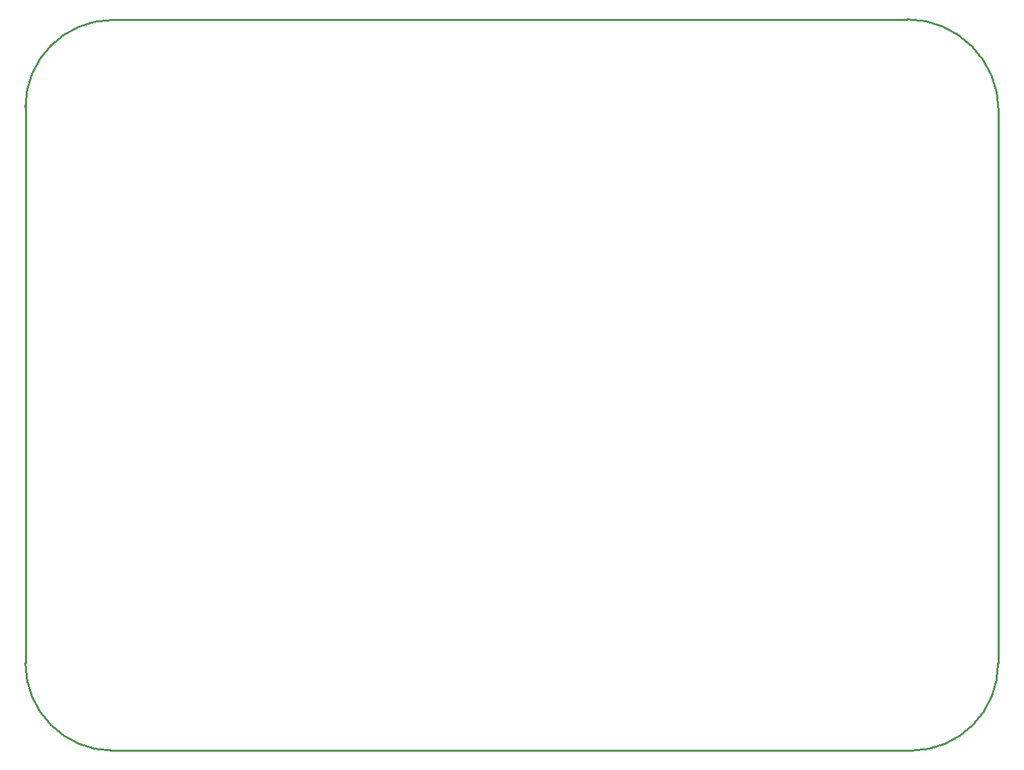
<source format=gm1>
G04*
G04 #@! TF.GenerationSoftware,Altium Limited,Altium Designer,24.8.2 (39)*
G04*
G04 Layer_Color=16711935*
%FSLAX44Y44*%
%MOMM*%
G71*
G04*
G04 #@! TF.SameCoordinates,2ADF9C04-DE7E-4385-BC50-A77D5B0DFB63*
G04*
G04*
G04 #@! TF.FilePolarity,Positive*
G04*
G01*
G75*
%ADD12C,0.2540*%
D12*
X1112570Y304570D02*
G03*
X1220468Y413865I-698J108596D01*
G01*
X1270Y414096D02*
G03*
X110870Y304496I109600J-0D01*
G01*
X1221190Y1106299D02*
G03*
X1106204Y1221285I-114986J0D01*
G01*
X110870Y1220470D02*
G03*
X1270Y1110870I-0J-109600D01*
G01*
X1220468Y413865D02*
X1221190Y1106299D01*
X107750Y304574D02*
X1112570Y304570D01*
X1270Y414097D02*
X1270Y1114096D01*
X110870Y1220470D02*
X1106204Y1221285D01*
M02*

</source>
